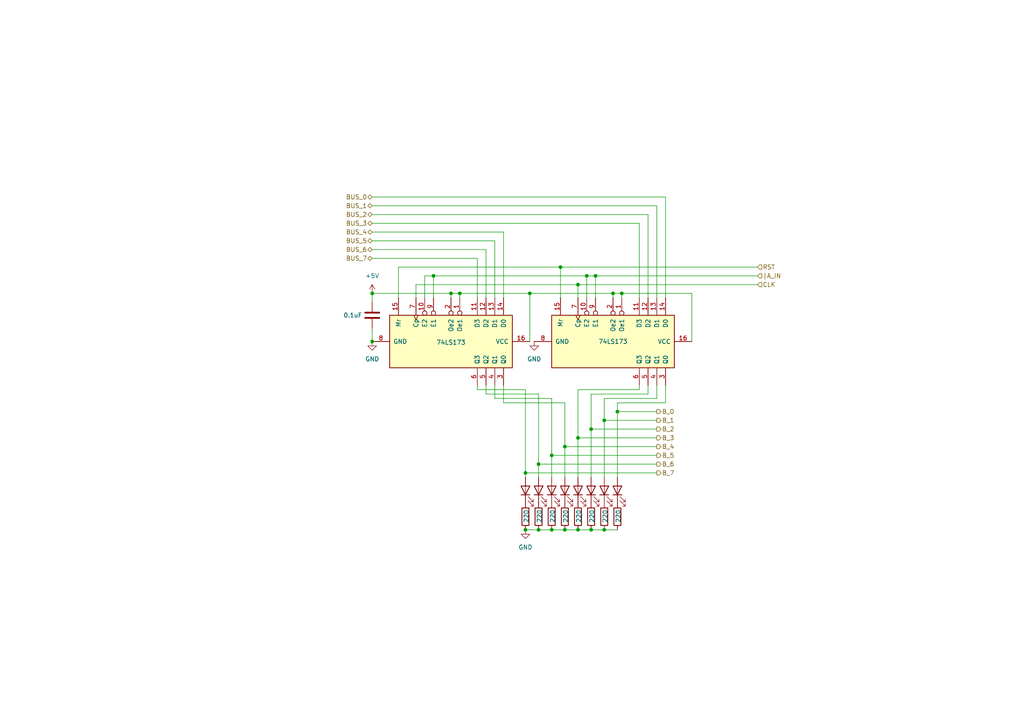
<source format=kicad_sch>
(kicad_sch (version 20231120) (generator "eeschema") (generator_version "8.0")
  (paper "A4")
  (lib_symbols
    (symbol "74xx:74LS173" (pin_names (offset 1.016))
      (property "Reference" "U" (at -7.62 19.05 0))
      (property "Value" "74LS173" (at -7.62 -19.05 0))
      (symbol "74LS173_1_0"
        (pin input inverted (at -12.7 2.54 0) (length 5.08) (name "Oe1") (number "1"))
        (pin input inverted (at -12.7 -7.62 0) (length 5.08) (name "E2") (number "10"))
        (pin input line (at -12.7 7.62 0) (length 5.08) (name "D3") (number "11"))
        (pin input line (at -12.7 10.16 0) (length 5.08) (name "D2") (number "12"))
        (pin input line (at -12.7 12.7 0) (length 5.08) (name "D1") (number "13"))
        (pin input line (at -12.7 15.24 0) (length 5.08) (name "D0") (number "14"))
        (pin input line (at -12.7 -15.24 0) (length 5.08) (name "Mr") (number "15"))
        (pin power_in line (at 0 22.86 270) (length 5.08) (name "VCC") (number "16"))
        (pin input inverted (at -12.7 0 0) (length 5.08) (name "Oe2") (number "2"))
        (pin tri_state line (at 12.7 15.24 180) (length 5.08) (name "Q0") (number "3"))
        (pin tri_state line (at 12.7 12.7 180) (length 5.08) (name "Q1") (number "4"))
        (pin tri_state line (at 12.7 10.16 180) (length 5.08) (name "Q2") (number "5"))
        (pin tri_state line (at 12.7 7.62 180) (length 5.08) (name "Q3") (number "6"))
        (pin input clock (at -12.7 -10.16 0) (length 5.08) (name "Cp") (number "7"))
        (pin power_in line (at 0 -22.86 90) (length 5.08) (name "GND") (number "8"))
        (pin input inverted (at -12.7 -5.08 0) (length 5.08) (name "E1") (number "9"))
      )
      (symbol "74LS173_1_1"
        (rectangle (start -7.62 17.78) (end 7.62 -17.78) (stroke (width 0.254)) (fill (type background)))
      )
    )
    (symbol "Device:C" (pin_numbers hide) (pin_names (offset 0.254))
      (property "Reference" "C" (at 0.635 2.54 0))
      (property "Value" "C" (at 0.635 -2.54 0))
      (symbol "C_0_1"
        (polyline (pts (xy -2.032 -0.762) (xy 2.032 -0.762)) (stroke (width 0.508)))
        (polyline (pts (xy -2.032 0.762) (xy 2.032 0.762)) (stroke (width 0.508)))
      )
      (symbol "C_1_1"
        (pin passive line (at 0 3.81 270) (length 2.794) (name "~") (number "1"))
        (pin passive line (at 0 -3.81 90) (length 2.794) (name "~") (number "2"))
      )
    )
    (symbol "Device:LED" (pin_numbers hide) (pin_names (offset 1.016) hide)
      (property "Reference" "D" (at 0 2.54 0))
      (property "Value" "LED" (at 0 -2.54 0))
      (symbol "LED_0_1"
        (polyline (pts (xy -1.27 -1.27) (xy -1.27 1.27)) (stroke (width 0.254)))
        (polyline (pts (xy -1.27 0) (xy 1.27 0)))
        (polyline (pts (xy 1.27 -1.27) (xy 1.27 1.27) (xy -1.27 0) (xy 1.27 -1.27)) (stroke (width 0.254)))
        (polyline (pts (xy -3.048 -0.762) (xy -4.572 -2.286) (xy -3.81 -2.286) (xy -4.572 -2.286) (xy -4.572 -1.524)))
        (polyline (pts (xy -1.778 -0.762) (xy -3.302 -2.286) (xy -2.54 -2.286) (xy -3.302 -2.286) (xy -3.302 -1.524)))
      )
      (symbol "LED_1_1"
        (pin passive line (at -3.81 0 0) (length 2.54) (name "K") (number "1"))
        (pin passive line (at 3.81 0 180) (length 2.54) (name "A") (number "2"))
      )
    )
    (symbol "Device:R" (pin_numbers hide) (pin_names (offset 0))
      (property "Reference" "R" (at 2.032 0 90))
      (property "Value" "R" (at 0 0 90))
      (symbol "R_0_1"
        (rectangle (start -1.016 -2.54) (end 1.016 2.54) (stroke (width 0.254)))
      )
      (symbol "R_1_1"
        (pin passive line (at 0 3.81 270) (length 1.27) (name "~") (number "1"))
        (pin passive line (at 0 -3.81 90) (length 1.27) (name "~") (number "2"))
      )
    )
    (symbol "power:+5V" (power) (pin_numbers hide) (pin_names (offset 0) hide)
      (property "Value" "+5V" (at 0 3.556 0))
      (symbol "+5V_0_1"
        (polyline (pts (xy -0.762 1.27) (xy 0 2.54)))
        (polyline (pts (xy 0 0) (xy 0 2.54)))
        (polyline (pts (xy 0 2.54) (xy 0.762 1.27)))
      )
      (symbol "+5V_1_1"
        (pin power_in line (at 0 0 90) (length 0) (name "~") (number "1"))
      )
    )
    (symbol "power:GND" (power) (pin_numbers hide) (pin_names (offset 0) hide)
      (property "Value" "GND" (at 0 -3.81 0))
      (symbol "GND_0_1"
        (polyline (pts (xy 0 0) (xy 0 -1.27) (xy 1.27 -1.27) (xy 0 -2.54) (xy -1.27 -1.27) (xy 0 -1.27)))
      )
      (symbol "GND_1_1"
        (pin power_in line (at 0 0 270) (length 0) (name "~") (number "1"))
      )
    )
  )
  (junction (at 156.21 153.67))
  (junction (at 162.56 77.47))
  (junction (at 175.26 121.92))
  (junction (at 172.72 80.01))
  (junction (at 175.26 153.67))
  (junction (at 160.02 132.08))
  (junction (at 180.34 85.09))
  (junction (at 152.4 137.16))
  (junction (at 130.81 85.09))
  (junction (at 153.67 85.09))
  (junction (at 167.64 153.67))
  (junction (at 171.45 153.67))
  (junction (at 107.95 99.06))
  (junction (at 152.4 153.67))
  (junction (at 163.83 153.67))
  (junction (at 160.02 153.67))
  (junction (at 133.35 85.09))
  (junction (at 170.18 80.01))
  (junction (at 179.07 119.38))
  (junction (at 171.45 124.46))
  (junction (at 163.83 129.54))
  (junction (at 156.21 134.62))
  (junction (at 167.64 82.55))
  (junction (at 177.8 85.09))
  (junction (at 125.73 80.01))
  (junction (at 107.95 85.09))
  (junction (at 167.64 127))
  (wire (pts (xy 163.83 116.84) (xy 146.05 116.84)))
  (wire (pts (xy 107.95 85.09) (xy 107.95 87.63)))
  (wire (pts (xy 170.18 80.01) (xy 170.18 86.36)))
  (wire (pts (xy 171.45 124.46) (xy 190.5 124.46)))
  (wire (pts (xy 167.64 82.55) (xy 167.64 86.36)))
  (wire (pts (xy 177.8 85.09) (xy 177.8 86.36)))
  (wire (pts (xy 143.51 115.57) (xy 143.51 111.76)))
  (wire (pts (xy 152.4 153.67) (xy 156.21 153.67)))
  (wire (pts (xy 179.07 119.38) (xy 179.07 138.43)))
  (wire (pts (xy 175.26 121.92) (xy 175.26 138.43)))
  (wire (pts (xy 107.95 57.15) (xy 193.04 57.15)))
  (wire (pts (xy 177.8 85.09) (xy 180.34 85.09)))
  (wire (pts (xy 143.51 69.85) (xy 143.51 86.36)))
  (wire (pts (xy 171.45 124.46) (xy 171.45 138.43)))
  (wire (pts (xy 175.26 115.57) (xy 175.26 121.92)))
  (wire (pts (xy 172.72 80.01) (xy 170.18 80.01)))
  (wire (pts (xy 179.07 116.84) (xy 193.04 116.84)))
  (wire (pts (xy 138.43 74.93) (xy 138.43 86.36)))
  (wire (pts (xy 167.64 127) (xy 190.5 127)))
  (wire (pts (xy 130.81 85.09) (xy 130.81 86.36)))
  (wire (pts (xy 107.95 67.31) (xy 146.05 67.31)))
  (wire (pts (xy 130.81 85.09) (xy 133.35 85.09)))
  (wire (pts (xy 175.26 115.57) (xy 190.5 115.57)))
  (wire (pts (xy 200.66 85.09) (xy 180.34 85.09)))
  (wire (pts (xy 200.66 99.06) (xy 200.66 85.09)))
  (wire (pts (xy 190.5 115.57) (xy 190.5 111.76)))
  (wire (pts (xy 185.42 113.03) (xy 185.42 111.76)))
  (wire (pts (xy 167.64 82.55) (xy 219.71 82.55)))
  (wire (pts (xy 170.18 80.01) (xy 125.73 80.01)))
  (wire (pts (xy 167.64 82.55) (xy 120.65 82.55)))
  (wire (pts (xy 190.5 59.69) (xy 190.5 86.36)))
  (wire (pts (xy 107.95 64.77) (xy 185.42 64.77)))
  (wire (pts (xy 187.96 114.3) (xy 187.96 111.76)))
  (wire (pts (xy 163.83 129.54) (xy 190.5 129.54)))
  (wire (pts (xy 167.64 113.03) (xy 167.64 127)))
  (wire (pts (xy 140.97 111.76) (xy 140.97 114.3)))
  (wire (pts (xy 162.56 77.47) (xy 219.71 77.47)))
  (wire (pts (xy 125.73 80.01) (xy 123.19 80.01)))
  (wire (pts (xy 163.83 116.84) (xy 163.83 129.54)))
  (wire (pts (xy 167.64 127) (xy 167.64 138.43)))
  (wire (pts (xy 160.02 115.57) (xy 143.51 115.57)))
  (wire (pts (xy 107.95 62.23) (xy 187.96 62.23)))
  (wire (pts (xy 171.45 153.67) (xy 175.26 153.67)))
  (wire (pts (xy 179.07 119.38) (xy 190.5 119.38)))
  (wire (pts (xy 156.21 114.3) (xy 156.21 134.62)))
  (wire (pts (xy 153.67 85.09) (xy 177.8 85.09)))
  (wire (pts (xy 162.56 77.47) (xy 162.56 86.36)))
  (wire (pts (xy 107.95 85.09) (xy 130.81 85.09)))
  (wire (pts (xy 152.4 113.03) (xy 152.4 137.16)))
  (wire (pts (xy 171.45 114.3) (xy 187.96 114.3)))
  (wire (pts (xy 160.02 132.08) (xy 190.5 132.08)))
  (wire (pts (xy 172.72 80.01) (xy 172.72 86.36)))
  (wire (pts (xy 156.21 114.3) (xy 140.97 114.3)))
  (wire (pts (xy 167.64 113.03) (xy 185.42 113.03)))
  (wire (pts (xy 160.02 153.67) (xy 163.83 153.67)))
  (wire (pts (xy 107.95 59.69) (xy 190.5 59.69)))
  (wire (pts (xy 167.64 153.67) (xy 171.45 153.67)))
  (wire (pts (xy 152.4 113.03) (xy 138.43 113.03)))
  (wire (pts (xy 175.26 153.67) (xy 179.07 153.67)))
  (wire (pts (xy 175.26 121.92) (xy 190.5 121.92)))
  (wire (pts (xy 138.43 113.03) (xy 138.43 111.76)))
  (wire (pts (xy 193.04 111.76) (xy 193.04 116.84)))
  (wire (pts (xy 156.21 153.67) (xy 160.02 153.67)))
  (wire (pts (xy 120.65 82.55) (xy 120.65 86.36)))
  (wire (pts (xy 187.96 62.23) (xy 187.96 86.36)))
  (wire (pts (xy 140.97 72.39) (xy 140.97 86.36)))
  (wire (pts (xy 171.45 114.3) (xy 171.45 124.46)))
  (wire (pts (xy 107.95 74.93) (xy 138.43 74.93)))
  (wire (pts (xy 152.4 137.16) (xy 190.5 137.16)))
  (wire (pts (xy 179.07 116.84) (xy 179.07 119.38)))
  (wire (pts (xy 133.35 85.09) (xy 133.35 86.36)))
  (wire (pts (xy 115.57 77.47) (xy 162.56 77.47)))
  (wire (pts (xy 163.83 129.54) (xy 163.83 138.43)))
  (wire (pts (xy 153.67 85.09) (xy 153.67 99.06)))
  (wire (pts (xy 180.34 85.09) (xy 180.34 86.36)))
  (wire (pts (xy 107.95 95.25) (xy 107.95 99.06)))
  (wire (pts (xy 125.73 80.01) (xy 125.73 86.36)))
  (wire (pts (xy 133.35 85.09) (xy 153.67 85.09)))
  (wire (pts (xy 152.4 137.16) (xy 152.4 138.43)))
  (wire (pts (xy 163.83 153.67) (xy 167.64 153.67)))
  (wire (pts (xy 172.72 80.01) (xy 219.71 80.01)))
  (wire (pts (xy 146.05 111.76) (xy 146.05 116.84)))
  (wire (pts (xy 160.02 132.08) (xy 160.02 138.43)))
  (wire (pts (xy 160.02 115.57) (xy 160.02 132.08)))
  (wire (pts (xy 146.05 67.31) (xy 146.05 86.36)))
  (wire (pts (xy 185.42 64.77) (xy 185.42 86.36)))
  (wire (pts (xy 156.21 134.62) (xy 156.21 138.43)))
  (wire (pts (xy 107.95 72.39) (xy 140.97 72.39)))
  (wire (pts (xy 115.57 77.47) (xy 115.57 86.36)))
  (wire (pts (xy 193.04 57.15) (xy 193.04 86.36)))
  (wire (pts (xy 156.21 134.62) (xy 190.5 134.62)))
  (wire (pts (xy 123.19 80.01) (xy 123.19 86.36)))
  (wire (pts (xy 107.95 69.85) (xy 143.51 69.85)))
  (hierarchical_label "B_4" (shape output) (at 190.5 129.54 0))
  (hierarchical_label "BUS_1" (shape bidirectional) (at 107.95 59.69 180))
  (hierarchical_label "B_0" (shape output) (at 190.5 119.38 0))
  (hierarchical_label "BUS_7" (shape bidirectional) (at 107.95 74.93 180))
  (hierarchical_label "BUS_3" (shape bidirectional) (at 107.95 64.77 180))
  (hierarchical_label "B_2" (shape output) (at 190.5 124.46 0))
  (hierarchical_label "BUS_4" (shape bidirectional) (at 107.95 67.31 180))
  (hierarchical_label "BUS_2" (shape bidirectional) (at 107.95 62.23 180))
  (hierarchical_label "RST" (shape input) (at 219.71 77.47 0))
  (hierarchical_label "B_1" (shape output) (at 190.5 121.92 0))
  (hierarchical_label "BUS_5" (shape bidirectional) (at 107.95 69.85 180))
  (hierarchical_label "|A_IN" (shape input) (at 219.71 80.01 0))
  (hierarchical_label "B_5" (shape output) (at 190.5 132.08 0))
  (hierarchical_label "B_6" (shape output) (at 190.5 134.62 0))
  (hierarchical_label "B_7" (shape output) (at 190.5 137.16 0))
  (hierarchical_label "B_3" (shape output) (at 190.5 127 0))
  (hierarchical_label "BUS_0" (shape bidirectional) (at 107.95 57.15 180))
  (hierarchical_label "CLK" (shape input) (at 219.71 82.55 0))
  (hierarchical_label "BUS_6" (shape bidirectional) (at 107.95 72.39 180))
  (symbol (lib_id "Device:LED") (at 152.4 142.24 90) (unit 1)
    (property "Reference" "D1" (effects (hide yes)))
    (property "Value" "LED" (effects (hide yes)))
    (property "Description" "Light emitting diode" (effects (hide yes)))
  )
  (symbol (lib_id "74xx:74LS173") (at 130.81 99.06 270) (unit 1)
    (property "Reference" "U1" (effects (hide yes)))
    (property "Value" "74LS173" (at 130.81 99.314 90))
    (property "Datasheet" "http://www.ti.com/lit/gpn/sn74LS173" (effects (hide yes)))
    (property "Description" "4-bit D-type Register, 3 state out" (effects (hide yes)))
  )
  (symbol (lib_id "power:GND") (at 154.94 99.06 0) (unit 1)
    (property "Reference" "#PWR03" (effects (hide yes)))
    (property "Value" "GND" (at 154.94 104.14 0))
    (property "Description" "Power symbol creates a global label with name \"GND\" , ground" (effects (hide yes)))
  )
  (symbol (lib_id "Device:R") (at 156.21 149.86 0) (unit 1)
    (property "Reference" "R2" (effects (hide yes)))
    (property "Value" "220" (at 156.464 151.638 90) (effects (justify left)))
    (property "Description" "Resistor" (effects (hide yes)))
  )
  (symbol (lib_id "Device:LED") (at 163.83 142.24 90) (unit 1)
    (property "Reference" "D4" (effects (hide yes)))
    (property "Value" "LED" (effects (hide yes)))
    (property "Description" "Light emitting diode" (effects (hide yes)))
  )
  (symbol (lib_id "74xx:74LS173") (at 177.8 99.06 270) (unit 1)
    (property "Reference" "U2" (effects (hide yes)))
    (property "Value" "74LS173" (at 177.8 99.06 90))
    (property "Datasheet" "http://www.ti.com/lit/gpn/sn74LS173" (effects (hide yes)))
    (property "Description" "4-bit D-type Register, 3 state out" (effects (hide yes)))
  )
  (symbol (lib_id "Device:R") (at 160.02 149.86 0) (unit 1)
    (property "Reference" "R3" (effects (hide yes)))
    (property "Value" "220" (at 160.274 151.638 90) (effects (justify left)))
    (property "Description" "Resistor" (effects (hide yes)))
  )
  (symbol (lib_id "power:GND") (at 152.4 153.67 0) (unit 1)
    (property "Reference" "#PWR04" (effects (hide yes)))
    (property "Value" "GND" (at 152.4 158.75 0))
    (property "Description" "Power symbol creates a global label with name \"GND\" , ground" (effects (hide yes)))
  )
  (symbol (lib_id "Device:R") (at 152.4 149.86 0) (unit 1)
    (property "Reference" "R1" (effects (hide yes)))
    (property "Value" "220" (at 152.654 151.638 90) (effects (justify left)))
    (property "Description" "Resistor" (effects (hide yes)))
  )
  (symbol (lib_id "Device:R") (at 175.26 149.86 0) (unit 1)
    (property "Reference" "R7" (effects (hide yes)))
    (property "Value" "220" (at 175.514 151.638 90) (effects (justify left)))
    (property "Description" "Resistor" (effects (hide yes)))
  )
  (symbol (lib_id "Device:C") (at 107.95 91.44 0) (unit 1)
    (property "Reference" "C1" (effects (hide yes)))
    (property "Value" "0.1uF" (at 99.568 91.44 0) (effects (justify left)))
    (property "Description" "Unpolarized capacitor" (effects (hide yes)))
  )
  (symbol (lib_id "Device:LED") (at 160.02 142.24 90) (unit 1)
    (property "Reference" "D3" (effects (hide yes)))
    (property "Value" "LED" (effects (hide yes)))
    (property "Description" "Light emitting diode" (effects (hide yes)))
  )
  (symbol (lib_id "Device:LED") (at 179.07 142.24 90) (unit 1)
    (property "Reference" "D8" (effects (hide yes)))
    (property "Value" "LED" (effects (hide yes)))
    (property "Description" "Light emitting diode" (effects (hide yes)))
  )
  (symbol (lib_id "Device:R") (at 167.64 149.86 0) (unit 1)
    (property "Reference" "R5" (effects (hide yes)))
    (property "Value" "220" (at 167.894 151.638 90) (effects (justify left)))
    (property "Description" "Resistor" (effects (hide yes)))
  )
  (symbol (lib_id "Device:R") (at 171.45 149.86 0) (unit 1)
    (property "Reference" "R6" (effects (hide yes)))
    (property "Value" "220" (at 171.704 151.638 90) (effects (justify left)))
    (property "Description" "Resistor" (effects (hide yes)))
  )
  (symbol (lib_id "Device:LED") (at 175.26 142.24 90) (unit 1)
    (property "Reference" "D7" (effects (hide yes)))
    (property "Value" "LED" (effects (hide yes)))
    (property "Description" "Light emitting diode" (effects (hide yes)))
  )
  (symbol (lib_id "Device:R") (at 163.83 149.86 0) (unit 1)
    (property "Reference" "R4" (effects (hide yes)))
    (property "Value" "220" (at 164.084 151.638 90) (effects (justify left)))
    (property "Description" "Resistor" (effects (hide yes)))
  )
  (symbol (lib_id "Device:LED") (at 156.21 142.24 90) (unit 1)
    (property "Reference" "D2" (effects (hide yes)))
    (property "Value" "LED" (effects (hide yes)))
    (property "Description" "Light emitting diode" (effects (hide yes)))
  )
  (symbol (lib_id "power:GND") (at 107.95 99.06 0) (unit 1)
    (property "Reference" "#PWR01" (effects (hide yes)))
    (property "Value" "GND" (at 107.95 104.14 0))
    (property "Description" "Power symbol creates a global label with name \"GND\" , ground" (effects (hide yes)))
  )
  (symbol (lib_id "Device:R") (at 179.07 149.86 0) (unit 1)
    (property "Reference" "R8" (effects (hide yes)))
    (property "Value" "220" (at 179.324 151.638 90) (effects (justify left)))
    (property "Description" "Resistor" (effects (hide yes)))
  )
  (symbol (lib_id "power:+5V") (at 107.95 85.09 0) (unit 1)
    (property "Reference" "#PWR02" (effects (hide yes)))
    (property "Value" "+5V" (at 107.95 80.01 0))
    (property "Description" "Power symbol creates a global label with name \"+5V\"" (effects (hide yes)))
  )
  (symbol (lib_id "Device:LED") (at 171.45 142.24 90) (unit 1)
    (property "Reference" "D6" (effects (hide yes)))
    (property "Value" "LED" (effects (hide yes)))
    (property "Description" "Light emitting diode" (effects (hide yes)))
  )
  (symbol (lib_id "Device:LED") (at 167.64 142.24 90) (unit 1)
    (property "Reference" "D5" (effects (hide yes)))
    (property "Value" "LED" (effects (hide yes)))
    (property "Description" "Light emitting diode" (effects (hide yes)))
  )
)
</source>
